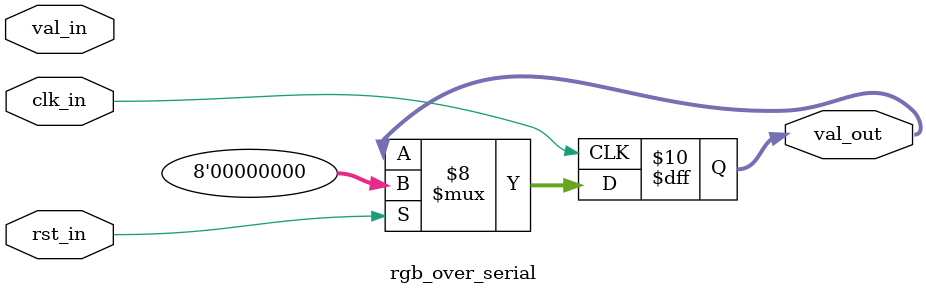
<source format=sv>
module rgb_over_serial(
    input clk_in,
    input rst_in, 
    input [11:0] val_in,
    output logic [7:0] val_out
);

    logic [31:0] count = 0;
    logic [1:0] rgb_count = 0;

    always_ff @(posedge clk_in) begin
        if (rst_in) begin
            //reset
            count <= 0;
            rgb_count <= 0;
            val_out <= 8'b0;
        end else begin
            //check if it should be r, g, or b
            //check if the divisor is right (switch order)
        end
    end

endmodule
</source>
